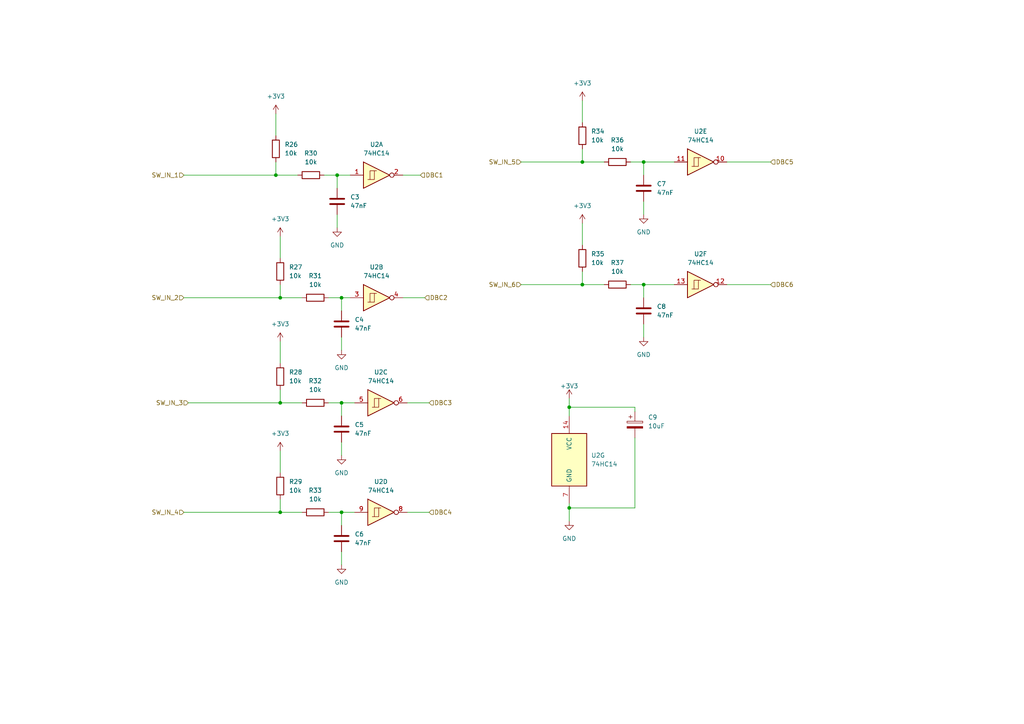
<source format=kicad_sch>
(kicad_sch (version 20211123) (generator eeschema)
  (paper "A4")
  (title_block (title "FPGA Input Board - Debounce Circuit") (company "Ailton Luiz Dias Siqueira Junior"))
  (lib_symbols
    (symbol "74xx:74HC14" (pin_names (offset 1.016))
      (property "Reference" "U" (at 0 1.27 0))
      (property "Value" "74HC14" (at 0 -1.27 0))
      (symbol "74HC14_1_0"
        (polyline (pts (xy -3.81 3.81) (xy -3.81 -3.81) (xy 3.81 0) (xy -3.81 3.81)) (stroke (width 0.254)) (fill (type background)))
        (pin input line (at -7.62 0 0) (length 3.81) (name "~") (number "1"))
        (pin output inverted (at 7.62 0 180) (length 3.81) (name "~") (number "2"))
      )
      (symbol "74HC14_1_1"
        (polyline (pts (xy -1.905 -1.27) (xy -1.905 1.27) (xy -0.635 1.27)))
        (polyline (pts (xy -2.54 -1.27) (xy -0.635 -1.27) (xy -0.635 1.27) (xy 0 1.27)))
      )
      (symbol "74HC14_2_0"
        (polyline (pts (xy -3.81 3.81) (xy -3.81 -3.81) (xy 3.81 0) (xy -3.81 3.81)) (stroke (width 0.254)) (fill (type background)))
        (pin input line (at -7.62 0 0) (length 3.81) (name "~") (number "3"))
        (pin output inverted (at 7.62 0 180) (length 3.81) (name "~") (number "4"))
      )
      (symbol "74HC14_2_1"
        (polyline (pts (xy -1.905 -1.27) (xy -1.905 1.27) (xy -0.635 1.27)))
        (polyline (pts (xy -2.54 -1.27) (xy -0.635 -1.27) (xy -0.635 1.27) (xy 0 1.27)))
      )
      (symbol "74HC14_3_0"
        (polyline (pts (xy -3.81 3.81) (xy -3.81 -3.81) (xy 3.81 0) (xy -3.81 3.81)) (stroke (width 0.254)) (fill (type background)))
        (pin input line (at -7.62 0 0) (length 3.81) (name "~") (number "5"))
        (pin output inverted (at 7.62 0 180) (length 3.81) (name "~") (number "6"))
      )
      (symbol "74HC14_3_1"
        (polyline (pts (xy -1.905 -1.27) (xy -1.905 1.27) (xy -0.635 1.27)))
        (polyline (pts (xy -2.54 -1.27) (xy -0.635 -1.27) (xy -0.635 1.27) (xy 0 1.27)))
      )
      (symbol "74HC14_4_0"
        (polyline (pts (xy -3.81 3.81) (xy -3.81 -3.81) (xy 3.81 0) (xy -3.81 3.81)) (stroke (width 0.254)) (fill (type background)))
        (pin output inverted (at 7.62 0 180) (length 3.81) (name "~") (number "8"))
        (pin input line (at -7.62 0 0) (length 3.81) (name "~") (number "9"))
      )
      (symbol "74HC14_4_1"
        (polyline (pts (xy -1.905 -1.27) (xy -1.905 1.27) (xy -0.635 1.27)))
        (polyline (pts (xy -2.54 -1.27) (xy -0.635 -1.27) (xy -0.635 1.27) (xy 0 1.27)))
      )
      (symbol "74HC14_5_0"
        (polyline (pts (xy -3.81 3.81) (xy -3.81 -3.81) (xy 3.81 0) (xy -3.81 3.81)) (stroke (width 0.254)) (fill (type background)))
        (pin output inverted (at 7.62 0 180) (length 3.81) (name "~") (number "10"))
        (pin input line (at -7.62 0 0) (length 3.81) (name "~") (number "11"))
      )
      (symbol "74HC14_5_1"
        (polyline (pts (xy -1.905 -1.27) (xy -1.905 1.27) (xy -0.635 1.27)))
        (polyline (pts (xy -2.54 -1.27) (xy -0.635 -1.27) (xy -0.635 1.27) (xy 0 1.27)))
      )
      (symbol "74HC14_6_0"
        (polyline (pts (xy -3.81 3.81) (xy -3.81 -3.81) (xy 3.81 0) (xy -3.81 3.81)) (stroke (width 0.254)) (fill (type background)))
        (pin output inverted (at 7.62 0 180) (length 3.81) (name "~") (number "12"))
        (pin input line (at -7.62 0 0) (length 3.81) (name "~") (number "13"))
      )
      (symbol "74HC14_6_1"
        (polyline (pts (xy -1.905 -1.27) (xy -1.905 1.27) (xy -0.635 1.27)))
        (polyline (pts (xy -2.54 -1.27) (xy -0.635 -1.27) (xy -0.635 1.27) (xy 0 1.27)))
      )
      (symbol "74HC14_7_0"
        (pin power_in line (at 0 12.7 270) (length 5.08) (name "VCC") (number "14"))
        (pin power_in line (at 0 -12.7 90) (length 5.08) (name "GND") (number "7"))
      )
      (symbol "74HC14_7_1"
        (rectangle (start -5.08 7.62) (end 5.08 -7.62) (stroke (width 0.254)) (fill (type background)))
      )
    )
    (symbol "Device:C" (pin_numbers hide) (pin_names (offset 0.254))
      (property "Reference" "C" (at 0.635 2.54 0))
      (property "Value" "C" (at 0.635 -2.54 0))
      (symbol "C_0_1"
        (polyline (pts (xy -2.032 -0.762) (xy 2.032 -0.762)) (stroke (width 0.508)))
        (polyline (pts (xy -2.032 0.762) (xy 2.032 0.762)) (stroke (width 0.508)))
      )
      (symbol "C_1_1"
        (pin passive line (at 0 3.81 270) (length 2.794) (name "~") (number "1"))
        (pin passive line (at 0 -3.81 90) (length 2.794) (name "~") (number "2"))
      )
    )
    (symbol "Device:C_Polarized" (pin_numbers hide) (pin_names (offset 0.254))
      (property "Reference" "C" (at 0.635 2.54 0))
      (property "Value" "C_Polarized" (at 0.635 -2.54 0))
      (symbol "C_Polarized_0_1"
        (rectangle (start -2.286 0.508) (end 2.286 1.016))
        (polyline (pts (xy -1.778 2.286) (xy -0.762 2.286)))
        (polyline (pts (xy -1.27 2.794) (xy -1.27 1.778)))
        (rectangle (start 2.286 -0.508) (end -2.286 -1.016) (fill (type outline)))
      )
      (symbol "C_Polarized_1_1"
        (pin passive line (at 0 3.81 270) (length 2.794) (name "~") (number "1"))
        (pin passive line (at 0 -3.81 90) (length 2.794) (name "~") (number "2"))
      )
    )
    (symbol "Device:R" (pin_numbers hide) (pin_names (offset 0))
      (property "Reference" "R" (at 2.032 0 90))
      (property "Value" "R" (at 0 0 90))
      (symbol "R_0_1"
        (rectangle (start -1.016 -2.54) (end 1.016 2.54) (stroke (width 0.254)))
      )
      (symbol "R_1_1"
        (pin passive line (at 0 3.81 270) (length 1.27) (name "~") (number "1"))
        (pin passive line (at 0 -3.81 90) (length 1.27) (name "~") (number "2"))
      )
    )
    (symbol "power:+3.3V" (power) (pin_names (offset 0))
      (property "Value" "+3.3V" (at 0 3.556 0))
      (symbol "+3.3V_0_1"
        (polyline (pts (xy -0.762 1.27) (xy 0 2.54)))
        (polyline (pts (xy 0 0) (xy 0 2.54)))
        (polyline (pts (xy 0 2.54) (xy 0.762 1.27)))
      )
      (symbol "+3.3V_1_1"
        (pin power_in line (at 0 0 90) (length 0) hide (name "+3V3") (number "1"))
      )
    )
    (symbol "power:GND" (power) (pin_names (offset 0))
      (property "Value" "GND" (at 0 -3.81 0))
      (symbol "GND_0_1"
        (polyline (pts (xy 0 0) (xy 0 -1.27) (xy 1.27 -1.27) (xy 0 -2.54) (xy -1.27 -1.27) (xy 0 -1.27)))
      )
      (symbol "GND_1_1"
        (pin power_in line (at 0 0 270) (length 0) hide (name "GND") (number "1"))
      )
    )
  )
  (junction (at 80.01 50.8))
  (junction (at 168.91 46.99))
  (junction (at 168.91 82.55))
  (junction (at 99.06 86.36))
  (junction (at 81.28 116.84))
  (junction (at 186.69 82.55))
  (junction (at 81.28 86.36))
  (junction (at 99.06 148.59))
  (junction (at 97.79 50.8))
  (junction (at 81.28 148.59))
  (junction (at 165.1 118.11))
  (junction (at 165.1 147.32))
  (junction (at 186.69 46.99))
  (junction (at 99.06 116.84))
  (wire (pts (xy 97.79 62.23) (xy 97.79 66.04)))
  (wire (pts (xy 186.69 82.55) (xy 186.69 86.36)))
  (wire (pts (xy 99.06 128.27) (xy 99.06 132.08)))
  (wire (pts (xy 165.1 147.32) (xy 165.1 151.13)))
  (wire (pts (xy 184.15 147.32) (xy 165.1 147.32)))
  (wire (pts (xy 99.06 86.36) (xy 99.06 90.17)))
  (wire (pts (xy 186.69 58.42) (xy 186.69 62.23)))
  (wire (pts (xy 168.91 64.77) (xy 168.91 71.12)))
  (wire (pts (xy 99.06 86.36) (xy 101.6 86.36)))
  (wire (pts (xy 97.79 50.8) (xy 101.6 50.8)))
  (wire (pts (xy 53.34 50.8) (xy 80.01 50.8)))
  (wire (pts (xy 168.91 43.18) (xy 168.91 46.99)))
  (wire (pts (xy 53.34 86.36) (xy 81.28 86.36)))
  (wire (pts (xy 151.13 46.99) (xy 168.91 46.99)))
  (wire (pts (xy 151.13 82.55) (xy 168.91 82.55)))
  (wire (pts (xy 184.15 119.38) (xy 184.15 118.11)))
  (wire (pts (xy 118.11 148.59) (xy 124.46 148.59)))
  (wire (pts (xy 182.88 46.99) (xy 186.69 46.99)))
  (wire (pts (xy 186.69 46.99) (xy 186.69 50.8)))
  (wire (pts (xy 182.88 82.55) (xy 186.69 82.55)))
  (wire (pts (xy 165.1 146.05) (xy 165.1 147.32)))
  (wire (pts (xy 165.1 115.57) (xy 165.1 118.11)))
  (wire (pts (xy 81.28 82.55) (xy 81.28 86.36)))
  (wire (pts (xy 186.69 93.98) (xy 186.69 97.79)))
  (wire (pts (xy 81.28 116.84) (xy 87.63 116.84)))
  (wire (pts (xy 93.98 50.8) (xy 97.79 50.8)))
  (wire (pts (xy 186.69 82.55) (xy 195.58 82.55)))
  (wire (pts (xy 118.11 116.84) (xy 124.46 116.84)))
  (wire (pts (xy 116.84 50.8) (xy 121.92 50.8)))
  (wire (pts (xy 97.79 50.8) (xy 97.79 54.61)))
  (wire (pts (xy 81.28 68.58) (xy 81.28 74.93)))
  (wire (pts (xy 81.28 99.06) (xy 81.28 105.41)))
  (wire (pts (xy 99.06 116.84) (xy 102.87 116.84)))
  (wire (pts (xy 80.01 33.02) (xy 80.01 39.37)))
  (wire (pts (xy 81.28 148.59) (xy 87.63 148.59)))
  (wire (pts (xy 54.61 116.84) (xy 81.28 116.84)))
  (wire (pts (xy 80.01 46.99) (xy 80.01 50.8)))
  (wire (pts (xy 210.82 46.99) (xy 223.52 46.99)))
  (wire (pts (xy 80.01 50.8) (xy 86.36 50.8)))
  (wire (pts (xy 99.06 148.59) (xy 99.06 152.4)))
  (wire (pts (xy 184.15 118.11) (xy 165.1 118.11)))
  (wire (pts (xy 99.06 97.79) (xy 99.06 101.6)))
  (wire (pts (xy 99.06 160.02) (xy 99.06 163.83)))
  (wire (pts (xy 95.25 86.36) (xy 99.06 86.36)))
  (wire (pts (xy 99.06 116.84) (xy 99.06 120.65)))
  (wire (pts (xy 184.15 127) (xy 184.15 147.32)))
  (wire (pts (xy 99.06 148.59) (xy 102.87 148.59)))
  (wire (pts (xy 210.82 82.55) (xy 223.52 82.55)))
  (wire (pts (xy 168.91 82.55) (xy 175.26 82.55)))
  (wire (pts (xy 168.91 46.99) (xy 175.26 46.99)))
  (wire (pts (xy 81.28 144.78) (xy 81.28 148.59)))
  (wire (pts (xy 186.69 46.99) (xy 195.58 46.99)))
  (wire (pts (xy 165.1 118.11) (xy 165.1 120.65)))
  (wire (pts (xy 95.25 148.59) (xy 99.06 148.59)))
  (wire (pts (xy 81.28 113.03) (xy 81.28 116.84)))
  (wire (pts (xy 53.34 148.59) (xy 81.28 148.59)))
  (wire (pts (xy 116.84 86.36) (xy 123.19 86.36)))
  (wire (pts (xy 81.28 86.36) (xy 87.63 86.36)))
  (wire (pts (xy 81.28 130.81) (xy 81.28 137.16)))
  (wire (pts (xy 168.91 78.74) (xy 168.91 82.55)))
  (wire (pts (xy 168.91 29.21) (xy 168.91 35.56)))
  (wire (pts (xy 95.25 116.84) (xy 99.06 116.84)))
  (hierarchical_label "SW_IN_1" (shape input) (at 53.34 50.8 180))
  (hierarchical_label "SW_IN_4" (shape input) (at 53.34 148.59 180))
  (hierarchical_label "DBC6" (shape input) (at 223.52 82.55 0))
  (hierarchical_label "DBC3" (shape input) (at 124.46 116.84 0))
  (hierarchical_label "DBC1" (shape input) (at 121.92 50.8 0))
  (hierarchical_label "SW_IN_6" (shape input) (at 151.13 82.55 180))
  (hierarchical_label "DBC2" (shape input) (at 123.19 86.36 0))
  (hierarchical_label "SW_IN_2" (shape input) (at 53.34 86.36 180))
  (hierarchical_label "SW_IN_3" (shape input) (at 54.61 116.84 180))
  (hierarchical_label "DBC5" (shape input) (at 223.52 46.99 0))
  (hierarchical_label "DBC4" (shape input) (at 124.46 148.59 0))
  (hierarchical_label "SW_IN_5" (shape input) (at 151.13 46.99 180))
  (symbol (lib_id "74xx:74HC14") (at 203.2 82.55 0) (unit 6)
    (property "Reference" "U2" (at 203.2 73.66 0))
    (property "Value" "74HC14" (at 203.2 76.2 0))
    (property "Footprint" "Package_DIP:DIP-14_W7.62mm_Socket" (effects hide))
    (property "Datasheet" "http://www.ti.com/lit/gpn/sn74HC14" (effects hide))
  )
  (symbol (lib_id "power:GND") (at 186.69 62.23 0) (unit 1)
    (property "Reference" "#PWR030" (effects hide))
    (property "Value" "GND" (at 186.69 67.31 0))
  )
  (symbol (lib_id "power:GND") (at 165.1 151.13 0) (unit 1)
    (property "Reference" "#PWR027" (effects hide))
    (property "Value" "GND" (at 165.1 156.21 0))
  )
  (symbol (lib_id "power:GND") (at 99.06 163.83 0) (unit 1)
    (property "Reference" "#PWR025" (effects hide))
    (property "Value" "GND" (at 99.06 168.91 0))
  )
  (symbol (lib_id "power:GND") (at 186.69 97.79 0) (unit 1)
    (property "Reference" "#PWR031" (effects hide))
    (property "Value" "GND" (at 186.69 102.87 0))
  )
  (symbol (lib_id "74xx:74HC14") (at 165.1 133.35 0) (unit 7)
    (property "Reference" "U2" (at 171.45 132.0799 0) (effects (justify left)))
    (property "Value" "74HC14" (at 171.45 134.6199 0) (effects (justify left)))
    (property "Footprint" "Package_DIP:DIP-14_W7.62mm_Socket" (effects hide))
    (property "Datasheet" "http://www.ti.com/lit/gpn/sn74HC14" (effects hide))
  )
  (symbol (lib_id "74xx:74HC14") (at 110.49 116.84 0) (unit 3)
    (property "Reference" "U2" (at 110.49 107.95 0))
    (property "Value" "74HC14" (at 110.49 110.49 0))
    (property "Footprint" "Package_DIP:DIP-14_W7.62mm_Socket" (effects hide))
    (property "Datasheet" "http://www.ti.com/lit/gpn/sn74HC14" (effects hide))
  )
  (symbol (lib_id "power:GND") (at 99.06 101.6 0) (unit 1)
    (property "Reference" "#PWR023" (effects hide))
    (property "Value" "GND" (at 99.06 106.68 0))
  )
  (symbol (lib_id "Device:C") (at 186.69 54.61 0) (unit 1)
    (property "Reference" "C7" (at 190.5 53.3399 0) (effects (justify left)))
    (property "Value" "47nF" (at 190.5 55.8799 0) (effects (justify left)))
    (property "Footprint" "Capacitor_THT:C_Rect_L7.0mm_W3.5mm_P5.00mm" (effects hide))
  )
  (symbol (lib_id "Device:R") (at 168.91 39.37 180) (unit 1)
    (property "Reference" "R34" (at 171.45 38.0999 0) (effects (justify right)))
    (property "Value" "10k" (at 171.45 40.6399 0) (effects (justify right)))
    (property "Footprint" "Resistor_THT:R_Axial_DIN0207_L6.3mm_D2.5mm_P7.62mm_Horizontal" (effects hide))
  )
  (symbol (lib_id "power:+3.3V") (at 80.01 33.02 0) (unit 1)
    (property "Reference" "#PWR018" (effects hide))
    (property "Value" "+3.3V" (at 80.01 27.94 0))
  )
  (symbol (lib_id "power:GND") (at 99.06 132.08 0) (unit 1)
    (property "Reference" "#PWR024" (effects hide))
    (property "Value" "GND" (at 99.06 137.16 0))
  )
  (symbol (lib_id "Device:R") (at 91.44 148.59 90) (unit 1)
    (property "Reference" "R33" (at 91.44 142.24 90))
    (property "Value" "10k" (at 91.44 144.78 90))
    (property "Footprint" "Resistor_THT:R_Axial_DIN0207_L6.3mm_D2.5mm_P7.62mm_Horizontal" (effects hide))
  )
  (symbol (lib_id "power:GND") (at 97.79 66.04 0) (unit 1)
    (property "Reference" "#PWR022" (effects hide))
    (property "Value" "GND" (at 97.79 71.12 0))
  )
  (symbol (lib_id "74xx:74HC14") (at 203.2 46.99 0) (unit 5)
    (property "Reference" "U2" (at 203.2 38.1 0))
    (property "Value" "74HC14" (at 203.2 40.64 0))
    (property "Footprint" "Package_DIP:DIP-14_W7.62mm_Socket" (effects hide))
    (property "Datasheet" "http://www.ti.com/lit/gpn/sn74HC14" (effects hide))
  )
  (symbol (lib_id "Device:R") (at 168.91 74.93 180) (unit 1)
    (property "Reference" "R35" (at 171.45 73.6599 0) (effects (justify right)))
    (property "Value" "10k" (at 171.45 76.1999 0) (effects (justify right)))
    (property "Footprint" "Resistor_THT:R_Axial_DIN0207_L6.3mm_D2.5mm_P7.62mm_Horizontal" (effects hide))
  )
  (symbol (lib_id "Device:C") (at 186.69 90.17 0) (unit 1)
    (property "Reference" "C8" (at 190.5 88.8999 0) (effects (justify left)))
    (property "Value" "47nF" (at 190.5 91.4399 0) (effects (justify left)))
    (property "Footprint" "Capacitor_THT:C_Rect_L7.0mm_W3.5mm_P5.00mm" (effects hide))
  )
  (symbol (lib_id "Device:R") (at 90.17 50.8 90) (unit 1)
    (property "Reference" "R30" (at 90.17 44.45 90))
    (property "Value" "10k" (at 90.17 46.99 90))
    (property "Footprint" "Resistor_THT:R_Axial_DIN0207_L6.3mm_D2.5mm_P7.62mm_Horizontal" (effects hide))
  )
  (symbol (lib_id "Device:R") (at 91.44 86.36 90) (unit 1)
    (property "Reference" "R31" (at 91.44 80.01 90))
    (property "Value" "10k" (at 91.44 82.55 90))
    (property "Footprint" "Resistor_THT:R_Axial_DIN0207_L6.3mm_D2.5mm_P7.62mm_Horizontal" (effects hide))
  )
  (symbol (lib_id "power:+3.3V") (at 81.28 99.06 0) (unit 1)
    (property "Reference" "#PWR020" (effects hide))
    (property "Value" "+3.3V" (at 81.28 93.98 0))
  )
  (symbol (lib_id "Device:R") (at 80.01 43.18 180) (unit 1)
    (property "Reference" "R26" (at 82.55 41.9099 0) (effects (justify right)))
    (property "Value" "10k" (at 82.55 44.4499 0) (effects (justify right)))
    (property "Footprint" "Resistor_THT:R_Axial_DIN0207_L6.3mm_D2.5mm_P7.62mm_Horizontal" (effects hide))
  )
  (symbol (lib_id "Device:C") (at 99.06 156.21 0) (unit 1)
    (property "Reference" "C6" (at 102.87 154.9399 0) (effects (justify left)))
    (property "Value" "47nF" (at 102.87 157.4799 0) (effects (justify left)))
    (property "Footprint" "Capacitor_THT:C_Rect_L7.0mm_W3.5mm_P5.00mm" (effects hide))
  )
  (symbol (lib_id "Device:R") (at 81.28 78.74 180) (unit 1)
    (property "Reference" "R27" (at 83.82 77.4699 0) (effects (justify right)))
    (property "Value" "10k" (at 83.82 80.0099 0) (effects (justify right)))
    (property "Footprint" "Resistor_THT:R_Axial_DIN0207_L6.3mm_D2.5mm_P7.62mm_Horizontal" (effects hide))
  )
  (symbol (lib_id "power:+3.3V") (at 168.91 64.77 0) (unit 1)
    (property "Reference" "#PWR029" (effects hide))
    (property "Value" "+3.3V" (at 168.91 59.69 0))
  )
  (symbol (lib_id "Device:R") (at 179.07 46.99 90) (unit 1)
    (property "Reference" "R36" (at 179.07 40.64 90))
    (property "Value" "10k" (at 179.07 43.18 90))
    (property "Footprint" "Resistor_THT:R_Axial_DIN0207_L6.3mm_D2.5mm_P7.62mm_Horizontal" (effects hide))
  )
  (symbol (lib_id "74xx:74HC14") (at 110.49 148.59 0) (unit 4)
    (property "Reference" "U2" (at 110.49 139.7 0))
    (property "Value" "74HC14" (at 110.49 142.24 0))
    (property "Footprint" "Package_DIP:DIP-14_W7.62mm_Socket" (effects hide))
    (property "Datasheet" "http://www.ti.com/lit/gpn/sn74HC14" (effects hide))
  )
  (symbol (lib_id "74xx:74HC14") (at 109.22 86.36 0) (unit 2)
    (property "Reference" "U2" (at 109.22 77.47 0))
    (property "Value" "74HC14" (at 109.22 80.01 0))
    (property "Footprint" "Package_DIP:DIP-14_W7.62mm_Socket" (effects hide))
    (property "Datasheet" "http://www.ti.com/lit/gpn/sn74HC14" (effects hide))
  )
  (symbol (lib_id "Device:C") (at 97.79 58.42 0) (unit 1)
    (property "Reference" "C3" (at 101.6 57.1499 0) (effects (justify left)))
    (property "Value" "47nF" (at 101.6 59.6899 0) (effects (justify left)))
    (property "Footprint" "Capacitor_THT:C_Rect_L7.0mm_W3.5mm_P5.00mm" (effects hide))
  )
  (symbol (lib_id "power:+3.3V") (at 81.28 68.58 0) (unit 1)
    (property "Reference" "#PWR019" (effects hide))
    (property "Value" "+3.3V" (at 81.28 63.5 0))
  )
  (symbol (lib_id "power:+3.3V") (at 165.1 115.57 0) (unit 1)
    (property "Reference" "#PWR026" (effects hide))
    (property "Value" "+3.3V" (at 165.1 111.9655 0))
  )
  (symbol (lib_id "Device:R") (at 81.28 140.97 180) (unit 1)
    (property "Reference" "R29" (at 83.82 139.6999 0) (effects (justify right)))
    (property "Value" "10k" (at 83.82 142.2399 0) (effects (justify right)))
    (property "Footprint" "Resistor_THT:R_Axial_DIN0207_L6.3mm_D2.5mm_P7.62mm_Horizontal" (effects hide))
  )
  (symbol (lib_id "power:+3.3V") (at 81.28 130.81 0) (unit 1)
    (property "Reference" "#PWR021" (effects hide))
    (property "Value" "+3.3V" (at 81.28 125.73 0))
  )
  (symbol (lib_id "Device:C") (at 99.06 124.46 0) (unit 1)
    (property "Reference" "C5" (at 102.87 123.1899 0) (effects (justify left)))
    (property "Value" "47nF" (at 102.87 125.7299 0) (effects (justify left)))
    (property "Footprint" "Capacitor_THT:C_Rect_L7.0mm_W3.5mm_P5.00mm" (effects hide))
  )
  (symbol (lib_id "74xx:74HC14") (at 109.22 50.8 0) (unit 1)
    (property "Reference" "U2" (at 109.22 41.91 0))
    (property "Value" "74HC14" (at 109.22 44.45 0))
    (property "Footprint" "Package_DIP:DIP-14_W7.62mm_Socket" (effects hide))
    (property "Datasheet" "http://www.ti.com/lit/gpn/sn74HC14" (effects hide))
  )
  (symbol (lib_id "Device:C") (at 99.06 93.98 0) (unit 1)
    (property "Reference" "C4" (at 102.87 92.7099 0) (effects (justify left)))
    (property "Value" "47nF" (at 102.87 95.2499 0) (effects (justify left)))
    (property "Footprint" "Capacitor_THT:C_Rect_L7.0mm_W3.5mm_P5.00mm" (effects hide))
  )
  (symbol (lib_id "power:+3.3V") (at 168.91 29.21 0) (unit 1)
    (property "Reference" "#PWR028" (effects hide))
    (property "Value" "+3.3V" (at 168.91 24.13 0))
  )
  (symbol (lib_id "Device:R") (at 81.28 109.22 180) (unit 1)
    (property "Reference" "R28" (at 83.82 107.9499 0) (effects (justify right)))
    (property "Value" "10k" (at 83.82 110.4899 0) (effects (justify right)))
    (property "Footprint" "Resistor_THT:R_Axial_DIN0207_L6.3mm_D2.5mm_P7.62mm_Horizontal" (effects hide))
  )
  (symbol (lib_id "Device:R") (at 179.07 82.55 90) (unit 1)
    (property "Reference" "R37" (at 179.07 76.2 90))
    (property "Value" "10k" (at 179.07 78.74 90))
    (property "Footprint" "Resistor_THT:R_Axial_DIN0207_L6.3mm_D2.5mm_P7.62mm_Horizontal" (effects hide))
  )
  (symbol (lib_id "Device:C_Polarized") (at 184.15 123.19 0) (unit 1)
    (property "Reference" "C9" (at 187.96 121.0309 0) (effects (justify left)))
    (property "Value" "10uF" (at 187.96 123.5709 0) (effects (justify left)))
    (property "Footprint" "Capacitor_THT:CP_Radial_D4.0mm_P2.00mm" (effects hide))
  )
  (symbol (lib_id "Device:R") (at 91.44 116.84 90) (unit 1)
    (property "Reference" "R32" (at 91.44 110.49 90))
    (property "Value" "10k" (at 91.44 113.03 90))
    (property "Footprint" "Resistor_THT:R_Axial_DIN0207_L6.3mm_D2.5mm_P7.62mm_Horizontal" (effects hide))
  )
)
</source>
